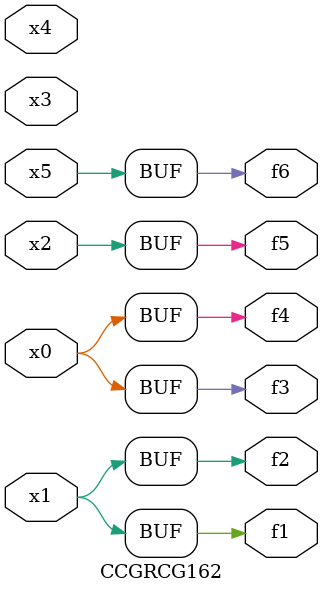
<source format=v>
module CCGRCG162(
	input x0, x1, x2, x3, x4, x5,
	output f1, f2, f3, f4, f5, f6
);
	assign f1 = x1;
	assign f2 = x1;
	assign f3 = x0;
	assign f4 = x0;
	assign f5 = x2;
	assign f6 = x5;
endmodule

</source>
